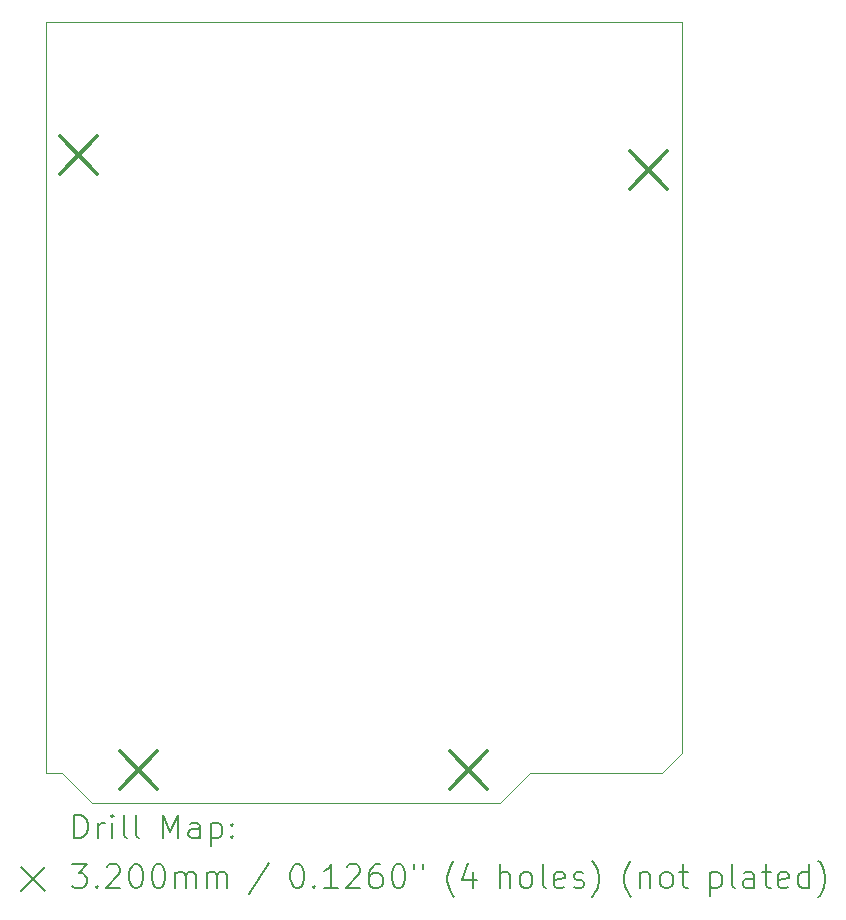
<source format=gbr>
%TF.GenerationSoftware,KiCad,Pcbnew,7.0.0*%
%TF.CreationDate,2023-03-01T21:53:34-08:00*%
%TF.ProjectId,KYBERNETES-CHASSIS-SHIELD,4b594245-524e-4455-9445-532d43484153,rev?*%
%TF.SameCoordinates,Original*%
%TF.FileFunction,Drillmap*%
%TF.FilePolarity,Positive*%
%FSLAX45Y45*%
G04 Gerber Fmt 4.5, Leading zero omitted, Abs format (unit mm)*
G04 Created by KiCad (PCBNEW 7.0.0) date 2023-03-01 21:53:34*
%MOMM*%
%LPD*%
G01*
G04 APERTURE LIST*
%ADD10C,0.100000*%
%ADD11C,0.200000*%
%ADD12C,0.320000*%
G04 APERTURE END LIST*
D10*
X17872500Y-12752500D02*
X17707500Y-12917500D01*
X12867500Y-13157500D02*
X12627500Y-12917500D01*
X17872500Y-7325000D02*
X17872500Y-12752500D01*
X16335000Y-13172500D02*
X12882500Y-13172500D01*
X12487500Y-6561000D02*
X17872500Y-6561000D01*
X17707500Y-12917500D02*
X16590000Y-12917500D01*
X12882500Y-13172500D02*
X12867500Y-13157500D01*
X16590000Y-12917500D02*
X16335000Y-13172500D01*
X12627500Y-12917500D02*
X12487500Y-12917500D01*
X12487500Y-7325000D02*
X12487500Y-6561000D01*
X17872500Y-6561000D02*
X17872500Y-7325000D01*
X12487500Y-7325000D02*
X12487500Y-12917500D01*
D11*
D12*
X12607000Y-7524988D02*
X12927000Y-7844988D01*
X12927000Y-7524988D02*
X12607000Y-7844988D01*
X13115000Y-12731988D02*
X13435000Y-13051988D01*
X13435000Y-12731988D02*
X13115000Y-13051988D01*
X15909000Y-12731988D02*
X16229000Y-13051988D01*
X16229000Y-12731988D02*
X15909000Y-13051988D01*
X17433000Y-7651988D02*
X17753000Y-7971988D01*
X17753000Y-7651988D02*
X17433000Y-7971988D01*
D11*
X12730119Y-13470976D02*
X12730119Y-13270976D01*
X12730119Y-13270976D02*
X12777738Y-13270976D01*
X12777738Y-13270976D02*
X12806309Y-13280500D01*
X12806309Y-13280500D02*
X12825357Y-13299548D01*
X12825357Y-13299548D02*
X12834881Y-13318595D01*
X12834881Y-13318595D02*
X12844405Y-13356690D01*
X12844405Y-13356690D02*
X12844405Y-13385262D01*
X12844405Y-13385262D02*
X12834881Y-13423357D01*
X12834881Y-13423357D02*
X12825357Y-13442405D01*
X12825357Y-13442405D02*
X12806309Y-13461452D01*
X12806309Y-13461452D02*
X12777738Y-13470976D01*
X12777738Y-13470976D02*
X12730119Y-13470976D01*
X12930119Y-13470976D02*
X12930119Y-13337643D01*
X12930119Y-13375738D02*
X12939643Y-13356690D01*
X12939643Y-13356690D02*
X12949167Y-13347167D01*
X12949167Y-13347167D02*
X12968214Y-13337643D01*
X12968214Y-13337643D02*
X12987262Y-13337643D01*
X13053928Y-13470976D02*
X13053928Y-13337643D01*
X13053928Y-13270976D02*
X13044405Y-13280500D01*
X13044405Y-13280500D02*
X13053928Y-13290024D01*
X13053928Y-13290024D02*
X13063452Y-13280500D01*
X13063452Y-13280500D02*
X13053928Y-13270976D01*
X13053928Y-13270976D02*
X13053928Y-13290024D01*
X13177738Y-13470976D02*
X13158690Y-13461452D01*
X13158690Y-13461452D02*
X13149167Y-13442405D01*
X13149167Y-13442405D02*
X13149167Y-13270976D01*
X13282500Y-13470976D02*
X13263452Y-13461452D01*
X13263452Y-13461452D02*
X13253928Y-13442405D01*
X13253928Y-13442405D02*
X13253928Y-13270976D01*
X13478690Y-13470976D02*
X13478690Y-13270976D01*
X13478690Y-13270976D02*
X13545357Y-13413833D01*
X13545357Y-13413833D02*
X13612024Y-13270976D01*
X13612024Y-13270976D02*
X13612024Y-13470976D01*
X13792976Y-13470976D02*
X13792976Y-13366214D01*
X13792976Y-13366214D02*
X13783452Y-13347167D01*
X13783452Y-13347167D02*
X13764405Y-13337643D01*
X13764405Y-13337643D02*
X13726309Y-13337643D01*
X13726309Y-13337643D02*
X13707262Y-13347167D01*
X13792976Y-13461452D02*
X13773928Y-13470976D01*
X13773928Y-13470976D02*
X13726309Y-13470976D01*
X13726309Y-13470976D02*
X13707262Y-13461452D01*
X13707262Y-13461452D02*
X13697738Y-13442405D01*
X13697738Y-13442405D02*
X13697738Y-13423357D01*
X13697738Y-13423357D02*
X13707262Y-13404309D01*
X13707262Y-13404309D02*
X13726309Y-13394786D01*
X13726309Y-13394786D02*
X13773928Y-13394786D01*
X13773928Y-13394786D02*
X13792976Y-13385262D01*
X13888214Y-13337643D02*
X13888214Y-13537643D01*
X13888214Y-13347167D02*
X13907262Y-13337643D01*
X13907262Y-13337643D02*
X13945357Y-13337643D01*
X13945357Y-13337643D02*
X13964405Y-13347167D01*
X13964405Y-13347167D02*
X13973928Y-13356690D01*
X13973928Y-13356690D02*
X13983452Y-13375738D01*
X13983452Y-13375738D02*
X13983452Y-13432881D01*
X13983452Y-13432881D02*
X13973928Y-13451928D01*
X13973928Y-13451928D02*
X13964405Y-13461452D01*
X13964405Y-13461452D02*
X13945357Y-13470976D01*
X13945357Y-13470976D02*
X13907262Y-13470976D01*
X13907262Y-13470976D02*
X13888214Y-13461452D01*
X14069167Y-13451928D02*
X14078690Y-13461452D01*
X14078690Y-13461452D02*
X14069167Y-13470976D01*
X14069167Y-13470976D02*
X14059643Y-13461452D01*
X14059643Y-13461452D02*
X14069167Y-13451928D01*
X14069167Y-13451928D02*
X14069167Y-13470976D01*
X14069167Y-13347167D02*
X14078690Y-13356690D01*
X14078690Y-13356690D02*
X14069167Y-13366214D01*
X14069167Y-13366214D02*
X14059643Y-13356690D01*
X14059643Y-13356690D02*
X14069167Y-13347167D01*
X14069167Y-13347167D02*
X14069167Y-13366214D01*
X12282500Y-13717500D02*
X12482500Y-13917500D01*
X12482500Y-13717500D02*
X12282500Y-13917500D01*
X12711071Y-13690976D02*
X12834881Y-13690976D01*
X12834881Y-13690976D02*
X12768214Y-13767167D01*
X12768214Y-13767167D02*
X12796786Y-13767167D01*
X12796786Y-13767167D02*
X12815833Y-13776690D01*
X12815833Y-13776690D02*
X12825357Y-13786214D01*
X12825357Y-13786214D02*
X12834881Y-13805262D01*
X12834881Y-13805262D02*
X12834881Y-13852881D01*
X12834881Y-13852881D02*
X12825357Y-13871928D01*
X12825357Y-13871928D02*
X12815833Y-13881452D01*
X12815833Y-13881452D02*
X12796786Y-13890976D01*
X12796786Y-13890976D02*
X12739643Y-13890976D01*
X12739643Y-13890976D02*
X12720595Y-13881452D01*
X12720595Y-13881452D02*
X12711071Y-13871928D01*
X12920595Y-13871928D02*
X12930119Y-13881452D01*
X12930119Y-13881452D02*
X12920595Y-13890976D01*
X12920595Y-13890976D02*
X12911071Y-13881452D01*
X12911071Y-13881452D02*
X12920595Y-13871928D01*
X12920595Y-13871928D02*
X12920595Y-13890976D01*
X13006309Y-13710024D02*
X13015833Y-13700500D01*
X13015833Y-13700500D02*
X13034881Y-13690976D01*
X13034881Y-13690976D02*
X13082500Y-13690976D01*
X13082500Y-13690976D02*
X13101548Y-13700500D01*
X13101548Y-13700500D02*
X13111071Y-13710024D01*
X13111071Y-13710024D02*
X13120595Y-13729071D01*
X13120595Y-13729071D02*
X13120595Y-13748119D01*
X13120595Y-13748119D02*
X13111071Y-13776690D01*
X13111071Y-13776690D02*
X12996786Y-13890976D01*
X12996786Y-13890976D02*
X13120595Y-13890976D01*
X13244405Y-13690976D02*
X13263452Y-13690976D01*
X13263452Y-13690976D02*
X13282500Y-13700500D01*
X13282500Y-13700500D02*
X13292024Y-13710024D01*
X13292024Y-13710024D02*
X13301548Y-13729071D01*
X13301548Y-13729071D02*
X13311071Y-13767167D01*
X13311071Y-13767167D02*
X13311071Y-13814786D01*
X13311071Y-13814786D02*
X13301548Y-13852881D01*
X13301548Y-13852881D02*
X13292024Y-13871928D01*
X13292024Y-13871928D02*
X13282500Y-13881452D01*
X13282500Y-13881452D02*
X13263452Y-13890976D01*
X13263452Y-13890976D02*
X13244405Y-13890976D01*
X13244405Y-13890976D02*
X13225357Y-13881452D01*
X13225357Y-13881452D02*
X13215833Y-13871928D01*
X13215833Y-13871928D02*
X13206309Y-13852881D01*
X13206309Y-13852881D02*
X13196786Y-13814786D01*
X13196786Y-13814786D02*
X13196786Y-13767167D01*
X13196786Y-13767167D02*
X13206309Y-13729071D01*
X13206309Y-13729071D02*
X13215833Y-13710024D01*
X13215833Y-13710024D02*
X13225357Y-13700500D01*
X13225357Y-13700500D02*
X13244405Y-13690976D01*
X13434881Y-13690976D02*
X13453929Y-13690976D01*
X13453929Y-13690976D02*
X13472976Y-13700500D01*
X13472976Y-13700500D02*
X13482500Y-13710024D01*
X13482500Y-13710024D02*
X13492024Y-13729071D01*
X13492024Y-13729071D02*
X13501548Y-13767167D01*
X13501548Y-13767167D02*
X13501548Y-13814786D01*
X13501548Y-13814786D02*
X13492024Y-13852881D01*
X13492024Y-13852881D02*
X13482500Y-13871928D01*
X13482500Y-13871928D02*
X13472976Y-13881452D01*
X13472976Y-13881452D02*
X13453929Y-13890976D01*
X13453929Y-13890976D02*
X13434881Y-13890976D01*
X13434881Y-13890976D02*
X13415833Y-13881452D01*
X13415833Y-13881452D02*
X13406309Y-13871928D01*
X13406309Y-13871928D02*
X13396786Y-13852881D01*
X13396786Y-13852881D02*
X13387262Y-13814786D01*
X13387262Y-13814786D02*
X13387262Y-13767167D01*
X13387262Y-13767167D02*
X13396786Y-13729071D01*
X13396786Y-13729071D02*
X13406309Y-13710024D01*
X13406309Y-13710024D02*
X13415833Y-13700500D01*
X13415833Y-13700500D02*
X13434881Y-13690976D01*
X13587262Y-13890976D02*
X13587262Y-13757643D01*
X13587262Y-13776690D02*
X13596786Y-13767167D01*
X13596786Y-13767167D02*
X13615833Y-13757643D01*
X13615833Y-13757643D02*
X13644405Y-13757643D01*
X13644405Y-13757643D02*
X13663452Y-13767167D01*
X13663452Y-13767167D02*
X13672976Y-13786214D01*
X13672976Y-13786214D02*
X13672976Y-13890976D01*
X13672976Y-13786214D02*
X13682500Y-13767167D01*
X13682500Y-13767167D02*
X13701548Y-13757643D01*
X13701548Y-13757643D02*
X13730119Y-13757643D01*
X13730119Y-13757643D02*
X13749167Y-13767167D01*
X13749167Y-13767167D02*
X13758690Y-13786214D01*
X13758690Y-13786214D02*
X13758690Y-13890976D01*
X13853929Y-13890976D02*
X13853929Y-13757643D01*
X13853929Y-13776690D02*
X13863452Y-13767167D01*
X13863452Y-13767167D02*
X13882500Y-13757643D01*
X13882500Y-13757643D02*
X13911071Y-13757643D01*
X13911071Y-13757643D02*
X13930119Y-13767167D01*
X13930119Y-13767167D02*
X13939643Y-13786214D01*
X13939643Y-13786214D02*
X13939643Y-13890976D01*
X13939643Y-13786214D02*
X13949167Y-13767167D01*
X13949167Y-13767167D02*
X13968214Y-13757643D01*
X13968214Y-13757643D02*
X13996786Y-13757643D01*
X13996786Y-13757643D02*
X14015833Y-13767167D01*
X14015833Y-13767167D02*
X14025357Y-13786214D01*
X14025357Y-13786214D02*
X14025357Y-13890976D01*
X14383452Y-13681452D02*
X14212024Y-13938595D01*
X14608214Y-13690976D02*
X14627262Y-13690976D01*
X14627262Y-13690976D02*
X14646310Y-13700500D01*
X14646310Y-13700500D02*
X14655833Y-13710024D01*
X14655833Y-13710024D02*
X14665357Y-13729071D01*
X14665357Y-13729071D02*
X14674881Y-13767167D01*
X14674881Y-13767167D02*
X14674881Y-13814786D01*
X14674881Y-13814786D02*
X14665357Y-13852881D01*
X14665357Y-13852881D02*
X14655833Y-13871928D01*
X14655833Y-13871928D02*
X14646310Y-13881452D01*
X14646310Y-13881452D02*
X14627262Y-13890976D01*
X14627262Y-13890976D02*
X14608214Y-13890976D01*
X14608214Y-13890976D02*
X14589167Y-13881452D01*
X14589167Y-13881452D02*
X14579643Y-13871928D01*
X14579643Y-13871928D02*
X14570119Y-13852881D01*
X14570119Y-13852881D02*
X14560595Y-13814786D01*
X14560595Y-13814786D02*
X14560595Y-13767167D01*
X14560595Y-13767167D02*
X14570119Y-13729071D01*
X14570119Y-13729071D02*
X14579643Y-13710024D01*
X14579643Y-13710024D02*
X14589167Y-13700500D01*
X14589167Y-13700500D02*
X14608214Y-13690976D01*
X14760595Y-13871928D02*
X14770119Y-13881452D01*
X14770119Y-13881452D02*
X14760595Y-13890976D01*
X14760595Y-13890976D02*
X14751071Y-13881452D01*
X14751071Y-13881452D02*
X14760595Y-13871928D01*
X14760595Y-13871928D02*
X14760595Y-13890976D01*
X14960595Y-13890976D02*
X14846310Y-13890976D01*
X14903452Y-13890976D02*
X14903452Y-13690976D01*
X14903452Y-13690976D02*
X14884405Y-13719548D01*
X14884405Y-13719548D02*
X14865357Y-13738595D01*
X14865357Y-13738595D02*
X14846310Y-13748119D01*
X15036786Y-13710024D02*
X15046310Y-13700500D01*
X15046310Y-13700500D02*
X15065357Y-13690976D01*
X15065357Y-13690976D02*
X15112976Y-13690976D01*
X15112976Y-13690976D02*
X15132024Y-13700500D01*
X15132024Y-13700500D02*
X15141548Y-13710024D01*
X15141548Y-13710024D02*
X15151071Y-13729071D01*
X15151071Y-13729071D02*
X15151071Y-13748119D01*
X15151071Y-13748119D02*
X15141548Y-13776690D01*
X15141548Y-13776690D02*
X15027262Y-13890976D01*
X15027262Y-13890976D02*
X15151071Y-13890976D01*
X15322500Y-13690976D02*
X15284405Y-13690976D01*
X15284405Y-13690976D02*
X15265357Y-13700500D01*
X15265357Y-13700500D02*
X15255833Y-13710024D01*
X15255833Y-13710024D02*
X15236786Y-13738595D01*
X15236786Y-13738595D02*
X15227262Y-13776690D01*
X15227262Y-13776690D02*
X15227262Y-13852881D01*
X15227262Y-13852881D02*
X15236786Y-13871928D01*
X15236786Y-13871928D02*
X15246310Y-13881452D01*
X15246310Y-13881452D02*
X15265357Y-13890976D01*
X15265357Y-13890976D02*
X15303452Y-13890976D01*
X15303452Y-13890976D02*
X15322500Y-13881452D01*
X15322500Y-13881452D02*
X15332024Y-13871928D01*
X15332024Y-13871928D02*
X15341548Y-13852881D01*
X15341548Y-13852881D02*
X15341548Y-13805262D01*
X15341548Y-13805262D02*
X15332024Y-13786214D01*
X15332024Y-13786214D02*
X15322500Y-13776690D01*
X15322500Y-13776690D02*
X15303452Y-13767167D01*
X15303452Y-13767167D02*
X15265357Y-13767167D01*
X15265357Y-13767167D02*
X15246310Y-13776690D01*
X15246310Y-13776690D02*
X15236786Y-13786214D01*
X15236786Y-13786214D02*
X15227262Y-13805262D01*
X15465357Y-13690976D02*
X15484405Y-13690976D01*
X15484405Y-13690976D02*
X15503452Y-13700500D01*
X15503452Y-13700500D02*
X15512976Y-13710024D01*
X15512976Y-13710024D02*
X15522500Y-13729071D01*
X15522500Y-13729071D02*
X15532024Y-13767167D01*
X15532024Y-13767167D02*
X15532024Y-13814786D01*
X15532024Y-13814786D02*
X15522500Y-13852881D01*
X15522500Y-13852881D02*
X15512976Y-13871928D01*
X15512976Y-13871928D02*
X15503452Y-13881452D01*
X15503452Y-13881452D02*
X15484405Y-13890976D01*
X15484405Y-13890976D02*
X15465357Y-13890976D01*
X15465357Y-13890976D02*
X15446310Y-13881452D01*
X15446310Y-13881452D02*
X15436786Y-13871928D01*
X15436786Y-13871928D02*
X15427262Y-13852881D01*
X15427262Y-13852881D02*
X15417738Y-13814786D01*
X15417738Y-13814786D02*
X15417738Y-13767167D01*
X15417738Y-13767167D02*
X15427262Y-13729071D01*
X15427262Y-13729071D02*
X15436786Y-13710024D01*
X15436786Y-13710024D02*
X15446310Y-13700500D01*
X15446310Y-13700500D02*
X15465357Y-13690976D01*
X15608214Y-13690976D02*
X15608214Y-13729071D01*
X15684405Y-13690976D02*
X15684405Y-13729071D01*
X15947262Y-13967167D02*
X15937738Y-13957643D01*
X15937738Y-13957643D02*
X15918691Y-13929071D01*
X15918691Y-13929071D02*
X15909167Y-13910024D01*
X15909167Y-13910024D02*
X15899643Y-13881452D01*
X15899643Y-13881452D02*
X15890119Y-13833833D01*
X15890119Y-13833833D02*
X15890119Y-13795738D01*
X15890119Y-13795738D02*
X15899643Y-13748119D01*
X15899643Y-13748119D02*
X15909167Y-13719548D01*
X15909167Y-13719548D02*
X15918691Y-13700500D01*
X15918691Y-13700500D02*
X15937738Y-13671928D01*
X15937738Y-13671928D02*
X15947262Y-13662405D01*
X16109167Y-13757643D02*
X16109167Y-13890976D01*
X16061548Y-13681452D02*
X16013929Y-13824309D01*
X16013929Y-13824309D02*
X16137738Y-13824309D01*
X16333929Y-13890976D02*
X16333929Y-13690976D01*
X16419643Y-13890976D02*
X16419643Y-13786214D01*
X16419643Y-13786214D02*
X16410119Y-13767167D01*
X16410119Y-13767167D02*
X16391072Y-13757643D01*
X16391072Y-13757643D02*
X16362500Y-13757643D01*
X16362500Y-13757643D02*
X16343452Y-13767167D01*
X16343452Y-13767167D02*
X16333929Y-13776690D01*
X16543452Y-13890976D02*
X16524405Y-13881452D01*
X16524405Y-13881452D02*
X16514881Y-13871928D01*
X16514881Y-13871928D02*
X16505357Y-13852881D01*
X16505357Y-13852881D02*
X16505357Y-13795738D01*
X16505357Y-13795738D02*
X16514881Y-13776690D01*
X16514881Y-13776690D02*
X16524405Y-13767167D01*
X16524405Y-13767167D02*
X16543452Y-13757643D01*
X16543452Y-13757643D02*
X16572024Y-13757643D01*
X16572024Y-13757643D02*
X16591072Y-13767167D01*
X16591072Y-13767167D02*
X16600595Y-13776690D01*
X16600595Y-13776690D02*
X16610119Y-13795738D01*
X16610119Y-13795738D02*
X16610119Y-13852881D01*
X16610119Y-13852881D02*
X16600595Y-13871928D01*
X16600595Y-13871928D02*
X16591072Y-13881452D01*
X16591072Y-13881452D02*
X16572024Y-13890976D01*
X16572024Y-13890976D02*
X16543452Y-13890976D01*
X16724405Y-13890976D02*
X16705357Y-13881452D01*
X16705357Y-13881452D02*
X16695833Y-13862405D01*
X16695833Y-13862405D02*
X16695833Y-13690976D01*
X16876786Y-13881452D02*
X16857738Y-13890976D01*
X16857738Y-13890976D02*
X16819643Y-13890976D01*
X16819643Y-13890976D02*
X16800595Y-13881452D01*
X16800595Y-13881452D02*
X16791072Y-13862405D01*
X16791072Y-13862405D02*
X16791072Y-13786214D01*
X16791072Y-13786214D02*
X16800595Y-13767167D01*
X16800595Y-13767167D02*
X16819643Y-13757643D01*
X16819643Y-13757643D02*
X16857738Y-13757643D01*
X16857738Y-13757643D02*
X16876786Y-13767167D01*
X16876786Y-13767167D02*
X16886310Y-13786214D01*
X16886310Y-13786214D02*
X16886310Y-13805262D01*
X16886310Y-13805262D02*
X16791072Y-13824309D01*
X16962500Y-13881452D02*
X16981548Y-13890976D01*
X16981548Y-13890976D02*
X17019643Y-13890976D01*
X17019643Y-13890976D02*
X17038691Y-13881452D01*
X17038691Y-13881452D02*
X17048215Y-13862405D01*
X17048215Y-13862405D02*
X17048215Y-13852881D01*
X17048215Y-13852881D02*
X17038691Y-13833833D01*
X17038691Y-13833833D02*
X17019643Y-13824309D01*
X17019643Y-13824309D02*
X16991072Y-13824309D01*
X16991072Y-13824309D02*
X16972024Y-13814786D01*
X16972024Y-13814786D02*
X16962500Y-13795738D01*
X16962500Y-13795738D02*
X16962500Y-13786214D01*
X16962500Y-13786214D02*
X16972024Y-13767167D01*
X16972024Y-13767167D02*
X16991072Y-13757643D01*
X16991072Y-13757643D02*
X17019643Y-13757643D01*
X17019643Y-13757643D02*
X17038691Y-13767167D01*
X17114881Y-13967167D02*
X17124405Y-13957643D01*
X17124405Y-13957643D02*
X17143453Y-13929071D01*
X17143453Y-13929071D02*
X17152976Y-13910024D01*
X17152976Y-13910024D02*
X17162500Y-13881452D01*
X17162500Y-13881452D02*
X17172024Y-13833833D01*
X17172024Y-13833833D02*
X17172024Y-13795738D01*
X17172024Y-13795738D02*
X17162500Y-13748119D01*
X17162500Y-13748119D02*
X17152976Y-13719548D01*
X17152976Y-13719548D02*
X17143453Y-13700500D01*
X17143453Y-13700500D02*
X17124405Y-13671928D01*
X17124405Y-13671928D02*
X17114881Y-13662405D01*
X17444405Y-13967167D02*
X17434881Y-13957643D01*
X17434881Y-13957643D02*
X17415834Y-13929071D01*
X17415834Y-13929071D02*
X17406310Y-13910024D01*
X17406310Y-13910024D02*
X17396786Y-13881452D01*
X17396786Y-13881452D02*
X17387262Y-13833833D01*
X17387262Y-13833833D02*
X17387262Y-13795738D01*
X17387262Y-13795738D02*
X17396786Y-13748119D01*
X17396786Y-13748119D02*
X17406310Y-13719548D01*
X17406310Y-13719548D02*
X17415834Y-13700500D01*
X17415834Y-13700500D02*
X17434881Y-13671928D01*
X17434881Y-13671928D02*
X17444405Y-13662405D01*
X17520595Y-13757643D02*
X17520595Y-13890976D01*
X17520595Y-13776690D02*
X17530119Y-13767167D01*
X17530119Y-13767167D02*
X17549167Y-13757643D01*
X17549167Y-13757643D02*
X17577738Y-13757643D01*
X17577738Y-13757643D02*
X17596786Y-13767167D01*
X17596786Y-13767167D02*
X17606310Y-13786214D01*
X17606310Y-13786214D02*
X17606310Y-13890976D01*
X17730119Y-13890976D02*
X17711072Y-13881452D01*
X17711072Y-13881452D02*
X17701548Y-13871928D01*
X17701548Y-13871928D02*
X17692024Y-13852881D01*
X17692024Y-13852881D02*
X17692024Y-13795738D01*
X17692024Y-13795738D02*
X17701548Y-13776690D01*
X17701548Y-13776690D02*
X17711072Y-13767167D01*
X17711072Y-13767167D02*
X17730119Y-13757643D01*
X17730119Y-13757643D02*
X17758691Y-13757643D01*
X17758691Y-13757643D02*
X17777738Y-13767167D01*
X17777738Y-13767167D02*
X17787262Y-13776690D01*
X17787262Y-13776690D02*
X17796786Y-13795738D01*
X17796786Y-13795738D02*
X17796786Y-13852881D01*
X17796786Y-13852881D02*
X17787262Y-13871928D01*
X17787262Y-13871928D02*
X17777738Y-13881452D01*
X17777738Y-13881452D02*
X17758691Y-13890976D01*
X17758691Y-13890976D02*
X17730119Y-13890976D01*
X17853929Y-13757643D02*
X17930119Y-13757643D01*
X17882500Y-13690976D02*
X17882500Y-13862405D01*
X17882500Y-13862405D02*
X17892024Y-13881452D01*
X17892024Y-13881452D02*
X17911072Y-13890976D01*
X17911072Y-13890976D02*
X17930119Y-13890976D01*
X18116786Y-13757643D02*
X18116786Y-13957643D01*
X18116786Y-13767167D02*
X18135834Y-13757643D01*
X18135834Y-13757643D02*
X18173929Y-13757643D01*
X18173929Y-13757643D02*
X18192976Y-13767167D01*
X18192976Y-13767167D02*
X18202500Y-13776690D01*
X18202500Y-13776690D02*
X18212024Y-13795738D01*
X18212024Y-13795738D02*
X18212024Y-13852881D01*
X18212024Y-13852881D02*
X18202500Y-13871928D01*
X18202500Y-13871928D02*
X18192976Y-13881452D01*
X18192976Y-13881452D02*
X18173929Y-13890976D01*
X18173929Y-13890976D02*
X18135834Y-13890976D01*
X18135834Y-13890976D02*
X18116786Y-13881452D01*
X18326310Y-13890976D02*
X18307262Y-13881452D01*
X18307262Y-13881452D02*
X18297738Y-13862405D01*
X18297738Y-13862405D02*
X18297738Y-13690976D01*
X18488215Y-13890976D02*
X18488215Y-13786214D01*
X18488215Y-13786214D02*
X18478691Y-13767167D01*
X18478691Y-13767167D02*
X18459643Y-13757643D01*
X18459643Y-13757643D02*
X18421548Y-13757643D01*
X18421548Y-13757643D02*
X18402500Y-13767167D01*
X18488215Y-13881452D02*
X18469167Y-13890976D01*
X18469167Y-13890976D02*
X18421548Y-13890976D01*
X18421548Y-13890976D02*
X18402500Y-13881452D01*
X18402500Y-13881452D02*
X18392976Y-13862405D01*
X18392976Y-13862405D02*
X18392976Y-13843357D01*
X18392976Y-13843357D02*
X18402500Y-13824309D01*
X18402500Y-13824309D02*
X18421548Y-13814786D01*
X18421548Y-13814786D02*
X18469167Y-13814786D01*
X18469167Y-13814786D02*
X18488215Y-13805262D01*
X18554881Y-13757643D02*
X18631072Y-13757643D01*
X18583453Y-13690976D02*
X18583453Y-13862405D01*
X18583453Y-13862405D02*
X18592976Y-13881452D01*
X18592976Y-13881452D02*
X18612024Y-13890976D01*
X18612024Y-13890976D02*
X18631072Y-13890976D01*
X18773929Y-13881452D02*
X18754881Y-13890976D01*
X18754881Y-13890976D02*
X18716786Y-13890976D01*
X18716786Y-13890976D02*
X18697738Y-13881452D01*
X18697738Y-13881452D02*
X18688215Y-13862405D01*
X18688215Y-13862405D02*
X18688215Y-13786214D01*
X18688215Y-13786214D02*
X18697738Y-13767167D01*
X18697738Y-13767167D02*
X18716786Y-13757643D01*
X18716786Y-13757643D02*
X18754881Y-13757643D01*
X18754881Y-13757643D02*
X18773929Y-13767167D01*
X18773929Y-13767167D02*
X18783453Y-13786214D01*
X18783453Y-13786214D02*
X18783453Y-13805262D01*
X18783453Y-13805262D02*
X18688215Y-13824309D01*
X18954881Y-13890976D02*
X18954881Y-13690976D01*
X18954881Y-13881452D02*
X18935834Y-13890976D01*
X18935834Y-13890976D02*
X18897738Y-13890976D01*
X18897738Y-13890976D02*
X18878691Y-13881452D01*
X18878691Y-13881452D02*
X18869167Y-13871928D01*
X18869167Y-13871928D02*
X18859643Y-13852881D01*
X18859643Y-13852881D02*
X18859643Y-13795738D01*
X18859643Y-13795738D02*
X18869167Y-13776690D01*
X18869167Y-13776690D02*
X18878691Y-13767167D01*
X18878691Y-13767167D02*
X18897738Y-13757643D01*
X18897738Y-13757643D02*
X18935834Y-13757643D01*
X18935834Y-13757643D02*
X18954881Y-13767167D01*
X19031072Y-13967167D02*
X19040596Y-13957643D01*
X19040596Y-13957643D02*
X19059643Y-13929071D01*
X19059643Y-13929071D02*
X19069167Y-13910024D01*
X19069167Y-13910024D02*
X19078691Y-13881452D01*
X19078691Y-13881452D02*
X19088215Y-13833833D01*
X19088215Y-13833833D02*
X19088215Y-13795738D01*
X19088215Y-13795738D02*
X19078691Y-13748119D01*
X19078691Y-13748119D02*
X19069167Y-13719548D01*
X19069167Y-13719548D02*
X19059643Y-13700500D01*
X19059643Y-13700500D02*
X19040596Y-13671928D01*
X19040596Y-13671928D02*
X19031072Y-13662405D01*
M02*

</source>
